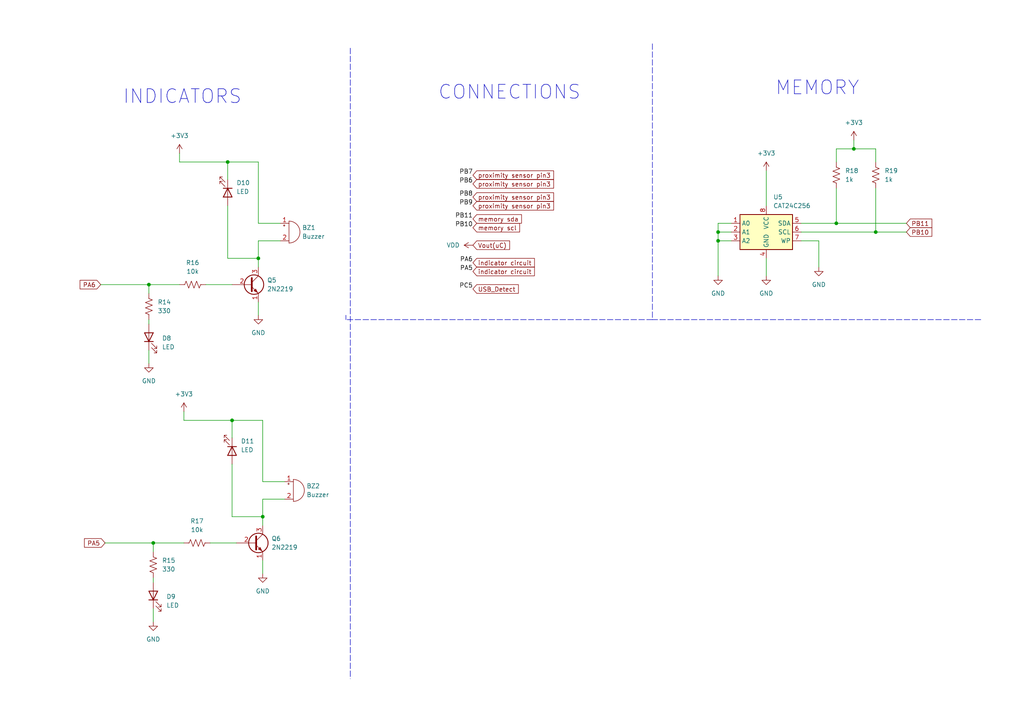
<source format=kicad_sch>
(kicad_sch (version 20211123) (generator eeschema)

  (uuid 0910cb2b-5973-4d8a-ae14-7a1f346a65e3)

  (paper "A4")

  (title_block
    (title "Microcontoller interfacing")
    (date "2022-03-12")
    (rev "v0.1")
    (comment 3 "University of Cape Town")
    (comment 4 "Author: Lisakhanya Miyana")
  )

  (lib_symbols
    (symbol "Device:Buzzer" (pin_names (offset 0.0254) hide) (in_bom yes) (on_board yes)
      (property "Reference" "BZ" (id 0) (at 3.81 1.27 0)
        (effects (font (size 1.27 1.27)) (justify left))
      )
      (property "Value" "Buzzer" (id 1) (at 3.81 -1.27 0)
        (effects (font (size 1.27 1.27)) (justify left))
      )
      (property "Footprint" "" (id 2) (at -0.635 2.54 90)
        (effects (font (size 1.27 1.27)) hide)
      )
      (property "Datasheet" "~" (id 3) (at -0.635 2.54 90)
        (effects (font (size 1.27 1.27)) hide)
      )
      (property "ki_keywords" "quartz resonator ceramic" (id 4) (at 0 0 0)
        (effects (font (size 1.27 1.27)) hide)
      )
      (property "ki_description" "Buzzer, polarized" (id 5) (at 0 0 0)
        (effects (font (size 1.27 1.27)) hide)
      )
      (property "ki_fp_filters" "*Buzzer*" (id 6) (at 0 0 0)
        (effects (font (size 1.27 1.27)) hide)
      )
      (symbol "Buzzer_0_1"
        (arc (start 0 -3.175) (mid 3.175 0) (end 0 3.175)
          (stroke (width 0) (type default) (color 0 0 0 0))
          (fill (type none))
        )
        (polyline
          (pts
            (xy -1.651 1.905)
            (xy -1.143 1.905)
          )
          (stroke (width 0) (type default) (color 0 0 0 0))
          (fill (type none))
        )
        (polyline
          (pts
            (xy -1.397 2.159)
            (xy -1.397 1.651)
          )
          (stroke (width 0) (type default) (color 0 0 0 0))
          (fill (type none))
        )
        (polyline
          (pts
            (xy 0 3.175)
            (xy 0 -3.175)
          )
          (stroke (width 0) (type default) (color 0 0 0 0))
          (fill (type none))
        )
      )
      (symbol "Buzzer_1_1"
        (pin passive line (at -2.54 2.54 0) (length 2.54)
          (name "-" (effects (font (size 1.27 1.27))))
          (number "1" (effects (font (size 1.27 1.27))))
        )
        (pin passive line (at -2.54 -2.54 0) (length 2.54)
          (name "+" (effects (font (size 1.27 1.27))))
          (number "2" (effects (font (size 1.27 1.27))))
        )
      )
    )
    (symbol "Device:LED" (pin_numbers hide) (pin_names (offset 1.016) hide) (in_bom yes) (on_board yes)
      (property "Reference" "D" (id 0) (at 0 2.54 0)
        (effects (font (size 1.27 1.27)))
      )
      (property "Value" "LED" (id 1) (at 0 -2.54 0)
        (effects (font (size 1.27 1.27)))
      )
      (property "Footprint" "" (id 2) (at 0 0 0)
        (effects (font (size 1.27 1.27)) hide)
      )
      (property "Datasheet" "~" (id 3) (at 0 0 0)
        (effects (font (size 1.27 1.27)) hide)
      )
      (property "ki_keywords" "LED diode" (id 4) (at 0 0 0)
        (effects (font (size 1.27 1.27)) hide)
      )
      (property "ki_description" "Light emitting diode" (id 5) (at 0 0 0)
        (effects (font (size 1.27 1.27)) hide)
      )
      (property "ki_fp_filters" "LED* LED_SMD:* LED_THT:*" (id 6) (at 0 0 0)
        (effects (font (size 1.27 1.27)) hide)
      )
      (symbol "LED_0_1"
        (polyline
          (pts
            (xy -1.27 -1.27)
            (xy -1.27 1.27)
          )
          (stroke (width 0.254) (type default) (color 0 0 0 0))
          (fill (type none))
        )
        (polyline
          (pts
            (xy -1.27 0)
            (xy 1.27 0)
          )
          (stroke (width 0) (type default) (color 0 0 0 0))
          (fill (type none))
        )
        (polyline
          (pts
            (xy 1.27 -1.27)
            (xy 1.27 1.27)
            (xy -1.27 0)
            (xy 1.27 -1.27)
          )
          (stroke (width 0.254) (type default) (color 0 0 0 0))
          (fill (type none))
        )
        (polyline
          (pts
            (xy -3.048 -0.762)
            (xy -4.572 -2.286)
            (xy -3.81 -2.286)
            (xy -4.572 -2.286)
            (xy -4.572 -1.524)
          )
          (stroke (width 0) (type default) (color 0 0 0 0))
          (fill (type none))
        )
        (polyline
          (pts
            (xy -1.778 -0.762)
            (xy -3.302 -2.286)
            (xy -2.54 -2.286)
            (xy -3.302 -2.286)
            (xy -3.302 -1.524)
          )
          (stroke (width 0) (type default) (color 0 0 0 0))
          (fill (type none))
        )
      )
      (symbol "LED_1_1"
        (pin passive line (at -3.81 0 0) (length 2.54)
          (name "K" (effects (font (size 1.27 1.27))))
          (number "1" (effects (font (size 1.27 1.27))))
        )
        (pin passive line (at 3.81 0 180) (length 2.54)
          (name "A" (effects (font (size 1.27 1.27))))
          (number "2" (effects (font (size 1.27 1.27))))
        )
      )
    )
    (symbol "Device:R_US" (pin_numbers hide) (pin_names (offset 0)) (in_bom yes) (on_board yes)
      (property "Reference" "R" (id 0) (at 2.54 0 90)
        (effects (font (size 1.27 1.27)))
      )
      (property "Value" "R_US" (id 1) (at -2.54 0 90)
        (effects (font (size 1.27 1.27)))
      )
      (property "Footprint" "" (id 2) (at 1.016 -0.254 90)
        (effects (font (size 1.27 1.27)) hide)
      )
      (property "Datasheet" "~" (id 3) (at 0 0 0)
        (effects (font (size 1.27 1.27)) hide)
      )
      (property "ki_keywords" "R res resistor" (id 4) (at 0 0 0)
        (effects (font (size 1.27 1.27)) hide)
      )
      (property "ki_description" "Resistor, US symbol" (id 5) (at 0 0 0)
        (effects (font (size 1.27 1.27)) hide)
      )
      (property "ki_fp_filters" "R_*" (id 6) (at 0 0 0)
        (effects (font (size 1.27 1.27)) hide)
      )
      (symbol "R_US_0_1"
        (polyline
          (pts
            (xy 0 -2.286)
            (xy 0 -2.54)
          )
          (stroke (width 0) (type default) (color 0 0 0 0))
          (fill (type none))
        )
        (polyline
          (pts
            (xy 0 2.286)
            (xy 0 2.54)
          )
          (stroke (width 0) (type default) (color 0 0 0 0))
          (fill (type none))
        )
        (polyline
          (pts
            (xy 0 -0.762)
            (xy 1.016 -1.143)
            (xy 0 -1.524)
            (xy -1.016 -1.905)
            (xy 0 -2.286)
          )
          (stroke (width 0) (type default) (color 0 0 0 0))
          (fill (type none))
        )
        (polyline
          (pts
            (xy 0 0.762)
            (xy 1.016 0.381)
            (xy 0 0)
            (xy -1.016 -0.381)
            (xy 0 -0.762)
          )
          (stroke (width 0) (type default) (color 0 0 0 0))
          (fill (type none))
        )
        (polyline
          (pts
            (xy 0 2.286)
            (xy 1.016 1.905)
            (xy 0 1.524)
            (xy -1.016 1.143)
            (xy 0 0.762)
          )
          (stroke (width 0) (type default) (color 0 0 0 0))
          (fill (type none))
        )
      )
      (symbol "R_US_1_1"
        (pin passive line (at 0 3.81 270) (length 1.27)
          (name "~" (effects (font (size 1.27 1.27))))
          (number "1" (effects (font (size 1.27 1.27))))
        )
        (pin passive line (at 0 -3.81 90) (length 1.27)
          (name "~" (effects (font (size 1.27 1.27))))
          (number "2" (effects (font (size 1.27 1.27))))
        )
      )
    )
    (symbol "Memory_EEPROM:CAT24C256" (in_bom yes) (on_board yes)
      (property "Reference" "U" (id 0) (at -6.35 6.35 0)
        (effects (font (size 1.27 1.27)))
      )
      (property "Value" "CAT24C256" (id 1) (at 1.27 6.35 0)
        (effects (font (size 1.27 1.27)) (justify left))
      )
      (property "Footprint" "" (id 2) (at 0 0 0)
        (effects (font (size 1.27 1.27)) hide)
      )
      (property "Datasheet" "https://www.onsemi.cn/PowerSolutions/document/CAT24C256-D.PDF" (id 3) (at 0 0 0)
        (effects (font (size 1.27 1.27)) hide)
      )
      (property "ki_keywords" "I2C EEPROM Serial 256kb" (id 4) (at 0 0 0)
        (effects (font (size 1.27 1.27)) hide)
      )
      (property "ki_description" "256 kb CMOS Serial EEPROM, DIP-8/SOIC-8/TSSOP-8/DFN-8" (id 5) (at 0 0 0)
        (effects (font (size 1.27 1.27)) hide)
      )
      (property "ki_fp_filters" "DIP*W7.62mm* SOIC*3.9x4.9mm* TSSOP*4.4x3mm*P0.65mm* DFN*3x2mm*P0.5mm*" (id 6) (at 0 0 0)
        (effects (font (size 1.27 1.27)) hide)
      )
      (symbol "CAT24C256_1_1"
        (rectangle (start -7.62 5.08) (end 7.62 -5.08)
          (stroke (width 0.254) (type default) (color 0 0 0 0))
          (fill (type background))
        )
        (pin input line (at -10.16 2.54 0) (length 2.54)
          (name "A0" (effects (font (size 1.27 1.27))))
          (number "1" (effects (font (size 1.27 1.27))))
        )
        (pin input line (at -10.16 0 0) (length 2.54)
          (name "A1" (effects (font (size 1.27 1.27))))
          (number "2" (effects (font (size 1.27 1.27))))
        )
        (pin input line (at -10.16 -2.54 0) (length 2.54)
          (name "A2" (effects (font (size 1.27 1.27))))
          (number "3" (effects (font (size 1.27 1.27))))
        )
        (pin power_in line (at 0 -7.62 90) (length 2.54)
          (name "GND" (effects (font (size 1.27 1.27))))
          (number "4" (effects (font (size 1.27 1.27))))
        )
        (pin bidirectional line (at 10.16 2.54 180) (length 2.54)
          (name "SDA" (effects (font (size 1.27 1.27))))
          (number "5" (effects (font (size 1.27 1.27))))
        )
        (pin input line (at 10.16 0 180) (length 2.54)
          (name "SCL" (effects (font (size 1.27 1.27))))
          (number "6" (effects (font (size 1.27 1.27))))
        )
        (pin input line (at 10.16 -2.54 180) (length 2.54)
          (name "WP" (effects (font (size 1.27 1.27))))
          (number "7" (effects (font (size 1.27 1.27))))
        )
        (pin power_in line (at 0 7.62 270) (length 2.54)
          (name "VCC" (effects (font (size 1.27 1.27))))
          (number "8" (effects (font (size 1.27 1.27))))
        )
      )
    )
    (symbol "Transistor_BJT:2N2219" (pin_names (offset 0) hide) (in_bom yes) (on_board yes)
      (property "Reference" "Q" (id 0) (at 5.08 1.905 0)
        (effects (font (size 1.27 1.27)) (justify left))
      )
      (property "Value" "2N2219" (id 1) (at 5.08 0 0)
        (effects (font (size 1.27 1.27)) (justify left))
      )
      (property "Footprint" "Package_TO_SOT_THT:TO-39-3" (id 2) (at 5.08 -1.905 0)
        (effects (font (size 1.27 1.27) italic) (justify left) hide)
      )
      (property "Datasheet" "http://www.onsemi.com/pub_link/Collateral/2N2219-D.PDF" (id 3) (at 0 0 0)
        (effects (font (size 1.27 1.27)) (justify left) hide)
      )
      (property "ki_keywords" "NPN Transistor" (id 4) (at 0 0 0)
        (effects (font (size 1.27 1.27)) hide)
      )
      (property "ki_description" "800mA Ic, 50V Vce, NPN Transistor, TO-39" (id 5) (at 0 0 0)
        (effects (font (size 1.27 1.27)) hide)
      )
      (property "ki_fp_filters" "TO?39*" (id 6) (at 0 0 0)
        (effects (font (size 1.27 1.27)) hide)
      )
      (symbol "2N2219_0_1"
        (polyline
          (pts
            (xy 0.635 0.635)
            (xy 2.54 2.54)
          )
          (stroke (width 0) (type default) (color 0 0 0 0))
          (fill (type none))
        )
        (polyline
          (pts
            (xy 0.635 -0.635)
            (xy 2.54 -2.54)
            (xy 2.54 -2.54)
          )
          (stroke (width 0) (type default) (color 0 0 0 0))
          (fill (type none))
        )
        (polyline
          (pts
            (xy 0.635 1.905)
            (xy 0.635 -1.905)
            (xy 0.635 -1.905)
          )
          (stroke (width 0.508) (type default) (color 0 0 0 0))
          (fill (type none))
        )
        (polyline
          (pts
            (xy 1.27 -1.778)
            (xy 1.778 -1.27)
            (xy 2.286 -2.286)
            (xy 1.27 -1.778)
            (xy 1.27 -1.778)
          )
          (stroke (width 0) (type default) (color 0 0 0 0))
          (fill (type outline))
        )
        (circle (center 1.27 0) (radius 2.8194)
          (stroke (width 0.254) (type default) (color 0 0 0 0))
          (fill (type none))
        )
      )
      (symbol "2N2219_1_1"
        (pin passive line (at 2.54 -5.08 90) (length 2.54)
          (name "E" (effects (font (size 1.27 1.27))))
          (number "1" (effects (font (size 1.27 1.27))))
        )
        (pin passive line (at -5.08 0 0) (length 5.715)
          (name "B" (effects (font (size 1.27 1.27))))
          (number "2" (effects (font (size 1.27 1.27))))
        )
        (pin passive line (at 2.54 5.08 270) (length 2.54)
          (name "C" (effects (font (size 1.27 1.27))))
          (number "3" (effects (font (size 1.27 1.27))))
        )
      )
    )
    (symbol "power:+3.3V" (power) (pin_names (offset 0)) (in_bom yes) (on_board yes)
      (property "Reference" "#PWR" (id 0) (at 0 -3.81 0)
        (effects (font (size 1.27 1.27)) hide)
      )
      (property "Value" "+3.3V" (id 1) (at 0 3.556 0)
        (effects (font (size 1.27 1.27)))
      )
      (property "Footprint" "" (id 2) (at 0 0 0)
        (effects (font (size 1.27 1.27)) hide)
      )
      (property "Datasheet" "" (id 3) (at 0 0 0)
        (effects (font (size 1.27 1.27)) hide)
      )
      (property "ki_keywords" "power-flag" (id 4) (at 0 0 0)
        (effects (font (size 1.27 1.27)) hide)
      )
      (property "ki_description" "Power symbol creates a global label with name \"+3.3V\"" (id 5) (at 0 0 0)
        (effects (font (size 1.27 1.27)) hide)
      )
      (symbol "+3.3V_0_1"
        (polyline
          (pts
            (xy -0.762 1.27)
            (xy 0 2.54)
          )
          (stroke (width 0) (type default) (color 0 0 0 0))
          (fill (type none))
        )
        (polyline
          (pts
            (xy 0 0)
            (xy 0 2.54)
          )
          (stroke (width 0) (type default) (color 0 0 0 0))
          (fill (type none))
        )
        (polyline
          (pts
            (xy 0 2.54)
            (xy 0.762 1.27)
          )
          (stroke (width 0) (type default) (color 0 0 0 0))
          (fill (type none))
        )
      )
      (symbol "+3.3V_1_1"
        (pin power_in line (at 0 0 90) (length 0) hide
          (name "+3V3" (effects (font (size 1.27 1.27))))
          (number "1" (effects (font (size 1.27 1.27))))
        )
      )
    )
    (symbol "power:GND" (power) (pin_names (offset 0)) (in_bom yes) (on_board yes)
      (property "Reference" "#PWR" (id 0) (at 0 -6.35 0)
        (effects (font (size 1.27 1.27)) hide)
      )
      (property "Value" "GND" (id 1) (at 0 -3.81 0)
        (effects (font (size 1.27 1.27)))
      )
      (property "Footprint" "" (id 2) (at 0 0 0)
        (effects (font (size 1.27 1.27)) hide)
      )
      (property "Datasheet" "" (id 3) (at 0 0 0)
        (effects (font (size 1.27 1.27)) hide)
      )
      (property "ki_keywords" "power-flag" (id 4) (at 0 0 0)
        (effects (font (size 1.27 1.27)) hide)
      )
      (property "ki_description" "Power symbol creates a global label with name \"GND\" , ground" (id 5) (at 0 0 0)
        (effects (font (size 1.27 1.27)) hide)
      )
      (symbol "GND_0_1"
        (polyline
          (pts
            (xy 0 0)
            (xy 0 -1.27)
            (xy 1.27 -1.27)
            (xy 0 -2.54)
            (xy -1.27 -1.27)
            (xy 0 -1.27)
          )
          (stroke (width 0) (type default) (color 0 0 0 0))
          (fill (type none))
        )
      )
      (symbol "GND_1_1"
        (pin power_in line (at 0 0 270) (length 0) hide
          (name "GND" (effects (font (size 1.27 1.27))))
          (number "1" (effects (font (size 1.27 1.27))))
        )
      )
    )
    (symbol "power:VDD" (power) (pin_names (offset 0)) (in_bom yes) (on_board yes)
      (property "Reference" "#PWR" (id 0) (at 0 -3.81 0)
        (effects (font (size 1.27 1.27)) hide)
      )
      (property "Value" "VDD" (id 1) (at 0 3.81 0)
        (effects (font (size 1.27 1.27)))
      )
      (property "Footprint" "" (id 2) (at 0 0 0)
        (effects (font (size 1.27 1.27)) hide)
      )
      (property "Datasheet" "" (id 3) (at 0 0 0)
        (effects (font (size 1.27 1.27)) hide)
      )
      (property "ki_keywords" "power-flag" (id 4) (at 0 0 0)
        (effects (font (size 1.27 1.27)) hide)
      )
      (property "ki_description" "Power symbol creates a global label with name \"VDD\"" (id 5) (at 0 0 0)
        (effects (font (size 1.27 1.27)) hide)
      )
      (symbol "VDD_0_1"
        (polyline
          (pts
            (xy -0.762 1.27)
            (xy 0 2.54)
          )
          (stroke (width 0) (type default) (color 0 0 0 0))
          (fill (type none))
        )
        (polyline
          (pts
            (xy 0 0)
            (xy 0 2.54)
          )
          (stroke (width 0) (type default) (color 0 0 0 0))
          (fill (type none))
        )
        (polyline
          (pts
            (xy 0 2.54)
            (xy 0.762 1.27)
          )
          (stroke (width 0) (type default) (color 0 0 0 0))
          (fill (type none))
        )
      )
      (symbol "VDD_1_1"
        (pin power_in line (at 0 0 90) (length 0) hide
          (name "VDD" (effects (font (size 1.27 1.27))))
          (number "1" (effects (font (size 1.27 1.27))))
        )
      )
    )
  )

  (junction (at 67.31 121.92) (diameter 0) (color 0 0 0 0)
    (uuid 042b91e9-2272-471e-ba73-3608423fd858)
  )
  (junction (at 254 67.31) (diameter 0) (color 0 0 0 0)
    (uuid 13e8e380-bb40-46bc-912c-5187318727c6)
  )
  (junction (at 44.45 157.48) (diameter 0) (color 0 0 0 0)
    (uuid 1e03e2da-bb1c-4b34-aeaa-88eb0bd717b0)
  )
  (junction (at 43.18 82.55) (diameter 0) (color 0 0 0 0)
    (uuid 2552f41c-09b7-4d64-996a-920612c00a87)
  )
  (junction (at 74.93 74.93) (diameter 0) (color 0 0 0 0)
    (uuid 414cf7d5-6e72-434b-a754-58df4dd52df8)
  )
  (junction (at 208.28 69.85) (diameter 0) (color 0 0 0 0)
    (uuid 4fc8027e-a22c-45de-9be7-e465c578a66e)
  )
  (junction (at 66.04 46.99) (diameter 0) (color 0 0 0 0)
    (uuid 65743997-fc99-4e33-bdc9-4072f97f5bda)
  )
  (junction (at 76.2 149.86) (diameter 0) (color 0 0 0 0)
    (uuid 7599ee8a-1c21-431a-93b8-27a6b6025e87)
  )
  (junction (at 208.28 67.31) (diameter 0) (color 0 0 0 0)
    (uuid b7d11b47-3707-41f3-a8e3-b1b7072cb0ed)
  )
  (junction (at 242.57 64.77) (diameter 0) (color 0 0 0 0)
    (uuid d48ee283-ea46-44fd-a2af-d72c5ac504c5)
  )
  (junction (at 247.65 43.18) (diameter 0) (color 0 0 0 0)
    (uuid f651eb1d-6032-4461-a4c6-b3851a4abb2c)
  )

  (wire (pts (xy 74.93 46.99) (xy 66.04 46.99))
    (stroke (width 0) (type default) (color 0 0 0 0))
    (uuid 03c81442-c19f-418e-a99c-db7a87ead3cb)
  )
  (wire (pts (xy 208.28 69.85) (xy 208.28 80.01))
    (stroke (width 0) (type default) (color 0 0 0 0))
    (uuid 08b01e58-9aff-4dd3-bbb7-42e6141d3828)
  )
  (wire (pts (xy 208.28 67.31) (xy 212.09 67.31))
    (stroke (width 0) (type default) (color 0 0 0 0))
    (uuid 09d9a1bf-a533-4cc1-ae6d-fac6a332e03c)
  )
  (wire (pts (xy 254 43.18) (xy 247.65 43.18))
    (stroke (width 0) (type default) (color 0 0 0 0))
    (uuid 10f4b14f-a3f2-45ee-990e-884505edc545)
  )
  (wire (pts (xy 44.45 157.48) (xy 44.45 160.02))
    (stroke (width 0) (type default) (color 0 0 0 0))
    (uuid 14823d40-85f8-4e07-a8b8-6173c3375473)
  )
  (wire (pts (xy 242.57 64.77) (xy 262.89 64.77))
    (stroke (width 0) (type default) (color 0 0 0 0))
    (uuid 16cd0113-3668-43f2-99ac-d7a188065ee1)
  )
  (wire (pts (xy 44.45 157.48) (xy 53.34 157.48))
    (stroke (width 0) (type default) (color 0 0 0 0))
    (uuid 17f96014-b936-4786-94ec-98d669c3026a)
  )
  (wire (pts (xy 67.31 121.92) (xy 67.31 127))
    (stroke (width 0) (type default) (color 0 0 0 0))
    (uuid 1a5b351a-6800-489f-9c47-3281fb2e3aa3)
  )
  (wire (pts (xy 208.28 69.85) (xy 212.09 69.85))
    (stroke (width 0) (type default) (color 0 0 0 0))
    (uuid 21d795a5-e19b-49bd-bea5-cb0f9461150a)
  )
  (wire (pts (xy 66.04 46.99) (xy 52.07 46.99))
    (stroke (width 0) (type default) (color 0 0 0 0))
    (uuid 293a5ceb-5b1a-4ac6-9a03-2b6eacc7dd5a)
  )
  (wire (pts (xy 76.2 121.92) (xy 76.2 139.7))
    (stroke (width 0) (type default) (color 0 0 0 0))
    (uuid 2a612087-b8ba-486c-936c-dbab64fbf38f)
  )
  (wire (pts (xy 232.41 64.77) (xy 242.57 64.77))
    (stroke (width 0) (type default) (color 0 0 0 0))
    (uuid 2d2f9f7d-9764-40cf-a453-54a13a06e69d)
  )
  (wire (pts (xy 44.45 176.53) (xy 44.45 180.34))
    (stroke (width 0) (type default) (color 0 0 0 0))
    (uuid 30a006ce-0084-4ca3-9425-cd739ad74121)
  )
  (polyline (pts (xy 189.23 92.71) (xy 100.33 92.71))
    (stroke (width 0) (type default) (color 0 0 0 0))
    (uuid 30bfdc02-f464-4457-b5c2-66e8e688ccd9)
  )

  (wire (pts (xy 82.55 144.78) (xy 76.2 144.78))
    (stroke (width 0) (type default) (color 0 0 0 0))
    (uuid 31eb7e99-4c8f-498f-989c-0c1d0b50ebb9)
  )
  (wire (pts (xy 74.93 74.93) (xy 74.93 77.47))
    (stroke (width 0) (type default) (color 0 0 0 0))
    (uuid 3406e6be-0bd0-463f-a4a2-e65bb01b6e82)
  )
  (wire (pts (xy 81.28 69.85) (xy 74.93 69.85))
    (stroke (width 0) (type default) (color 0 0 0 0))
    (uuid 36e1bfbe-d704-436e-a646-3325683f3b0d)
  )
  (wire (pts (xy 43.18 82.55) (xy 52.07 82.55))
    (stroke (width 0) (type default) (color 0 0 0 0))
    (uuid 38051180-431f-4bbe-8ea3-37870ea69f1e)
  )
  (wire (pts (xy 74.93 69.85) (xy 74.93 74.93))
    (stroke (width 0) (type default) (color 0 0 0 0))
    (uuid 3fb32844-18f4-425a-a9d0-75e1d36cc028)
  )
  (wire (pts (xy 254 46.99) (xy 254 43.18))
    (stroke (width 0) (type default) (color 0 0 0 0))
    (uuid 4b67d223-90b5-4fe0-89a1-84d28e97e760)
  )
  (wire (pts (xy 60.96 157.48) (xy 68.58 157.48))
    (stroke (width 0) (type default) (color 0 0 0 0))
    (uuid 533706fe-192f-42a0-8d1b-54f9ee2013ba)
  )
  (polyline (pts (xy 101.6 13.97) (xy 101.6 196.85))
    (stroke (width 0) (type default) (color 0 0 0 0))
    (uuid 56174b19-6f54-482f-a433-a6c4bcd23bc9)
  )

  (wire (pts (xy 67.31 149.86) (xy 76.2 149.86))
    (stroke (width 0) (type default) (color 0 0 0 0))
    (uuid 5df4e739-e08c-4fe1-8ce4-9fc391c411fe)
  )
  (wire (pts (xy 30.48 157.48) (xy 44.45 157.48))
    (stroke (width 0) (type default) (color 0 0 0 0))
    (uuid 601c8f87-1deb-4082-b6d9-79f84e7610d2)
  )
  (polyline (pts (xy 100.33 92.71) (xy 100.33 91.44))
    (stroke (width 0) (type default) (color 0 0 0 0))
    (uuid 6020a151-4c50-4b5e-8021-8a1182ae4ccf)
  )

  (wire (pts (xy 43.18 82.55) (xy 43.18 85.09))
    (stroke (width 0) (type default) (color 0 0 0 0))
    (uuid 61e9e0b0-400d-4252-8838-4ceaeb2af32d)
  )
  (wire (pts (xy 247.65 40.64) (xy 247.65 43.18))
    (stroke (width 0) (type default) (color 0 0 0 0))
    (uuid 65e683b2-d11d-4980-81da-76596d7c8ab1)
  )
  (wire (pts (xy 74.93 64.77) (xy 81.28 64.77))
    (stroke (width 0) (type default) (color 0 0 0 0))
    (uuid 695b5076-3685-4dfe-9595-7b859d4a3cd7)
  )
  (wire (pts (xy 74.93 87.63) (xy 74.93 91.44))
    (stroke (width 0) (type default) (color 0 0 0 0))
    (uuid 6a68d5a5-a9be-4304-9245-5cc6f5c076f5)
  )
  (wire (pts (xy 222.25 74.93) (xy 222.25 80.01))
    (stroke (width 0) (type default) (color 0 0 0 0))
    (uuid 76eace96-3290-4d62-8b47-6369b3e74fd3)
  )
  (wire (pts (xy 208.28 67.31) (xy 208.28 69.85))
    (stroke (width 0) (type default) (color 0 0 0 0))
    (uuid 7b98ef29-43ae-47e9-9801-dab1ae51395e)
  )
  (wire (pts (xy 43.18 92.71) (xy 43.18 93.98))
    (stroke (width 0) (type default) (color 0 0 0 0))
    (uuid 82037bc0-ca1b-427c-a91b-c1d959a7ead4)
  )
  (wire (pts (xy 254 67.31) (xy 262.89 67.31))
    (stroke (width 0) (type default) (color 0 0 0 0))
    (uuid 8804ac3b-c636-4dd9-97bf-f0c4cc720a24)
  )
  (wire (pts (xy 66.04 59.69) (xy 66.04 74.93))
    (stroke (width 0) (type default) (color 0 0 0 0))
    (uuid 881a6981-da84-4b50-91e0-5b67bd8491ff)
  )
  (wire (pts (xy 242.57 43.18) (xy 247.65 43.18))
    (stroke (width 0) (type default) (color 0 0 0 0))
    (uuid 895bc083-0c84-42ec-a4d8-2083613e69b0)
  )
  (polyline (pts (xy 189.23 12.7) (xy 189.23 92.71))
    (stroke (width 0) (type default) (color 0 0 0 0))
    (uuid 8a977f34-a2fc-4574-8c85-433488616293)
  )

  (wire (pts (xy 232.41 67.31) (xy 254 67.31))
    (stroke (width 0) (type default) (color 0 0 0 0))
    (uuid 8d4b0a4f-7f7c-4f15-a454-4f4644af9ce8)
  )
  (wire (pts (xy 76.2 121.92) (xy 67.31 121.92))
    (stroke (width 0) (type default) (color 0 0 0 0))
    (uuid 9232f38d-5cea-4af6-bb0d-3c24fcf170b5)
  )
  (wire (pts (xy 212.09 64.77) (xy 208.28 64.77))
    (stroke (width 0) (type default) (color 0 0 0 0))
    (uuid 928981d5-a391-4196-8a01-142037e675d6)
  )
  (wire (pts (xy 29.21 82.55) (xy 43.18 82.55))
    (stroke (width 0) (type default) (color 0 0 0 0))
    (uuid 93174279-064f-4941-98e5-10bdcfb6809e)
  )
  (wire (pts (xy 237.49 69.85) (xy 237.49 77.47))
    (stroke (width 0) (type default) (color 0 0 0 0))
    (uuid 95797392-1cee-4e00-b9ab-ec40cf0c7e08)
  )
  (wire (pts (xy 76.2 139.7) (xy 82.55 139.7))
    (stroke (width 0) (type default) (color 0 0 0 0))
    (uuid 98aa5ae6-23b7-4aaa-8792-f3460e2a6d96)
  )
  (wire (pts (xy 232.41 69.85) (xy 237.49 69.85))
    (stroke (width 0) (type default) (color 0 0 0 0))
    (uuid a31240ac-8b65-44dd-ba2a-944d5c41ab25)
  )
  (wire (pts (xy 44.45 167.64) (xy 44.45 168.91))
    (stroke (width 0) (type default) (color 0 0 0 0))
    (uuid a4e3ce3f-9135-45f8-93a9-b7293b714ebf)
  )
  (wire (pts (xy 208.28 64.77) (xy 208.28 67.31))
    (stroke (width 0) (type default) (color 0 0 0 0))
    (uuid b39d02b1-8ccc-4f70-968e-7a2124339750)
  )
  (wire (pts (xy 254 54.61) (xy 254 67.31))
    (stroke (width 0) (type default) (color 0 0 0 0))
    (uuid b524fcce-6249-4832-8c9c-5204020031c6)
  )
  (wire (pts (xy 67.31 121.92) (xy 53.34 121.92))
    (stroke (width 0) (type default) (color 0 0 0 0))
    (uuid bb9fb77e-62fb-44fa-b32d-09244cf6837c)
  )
  (wire (pts (xy 242.57 64.77) (xy 242.57 54.61))
    (stroke (width 0) (type default) (color 0 0 0 0))
    (uuid bd7b1365-cec4-4177-9900-91cae7beac8c)
  )
  (wire (pts (xy 74.93 46.99) (xy 74.93 64.77))
    (stroke (width 0) (type default) (color 0 0 0 0))
    (uuid bff59cf0-9a34-4e75-afb3-4439df6aff85)
  )
  (wire (pts (xy 59.69 82.55) (xy 67.31 82.55))
    (stroke (width 0) (type default) (color 0 0 0 0))
    (uuid c1646c5a-d394-416d-a036-046904fc1a3c)
  )
  (wire (pts (xy 53.34 119.38) (xy 53.34 121.92))
    (stroke (width 0) (type default) (color 0 0 0 0))
    (uuid c837dda2-6fca-4cb0-9a8d-f09c424042fc)
  )
  (wire (pts (xy 66.04 46.99) (xy 66.04 52.07))
    (stroke (width 0) (type default) (color 0 0 0 0))
    (uuid cac90a5b-9517-4bc2-b219-cc01b26bfbf8)
  )
  (wire (pts (xy 242.57 46.99) (xy 242.57 43.18))
    (stroke (width 0) (type default) (color 0 0 0 0))
    (uuid d65c63a0-aec9-40cb-ad54-89174cfd85c2)
  )
  (wire (pts (xy 67.31 134.62) (xy 67.31 149.86))
    (stroke (width 0) (type default) (color 0 0 0 0))
    (uuid dbc5c620-8308-46ee-bafd-cd62a6c3e13f)
  )
  (wire (pts (xy 222.25 49.53) (xy 222.25 59.69))
    (stroke (width 0) (type default) (color 0 0 0 0))
    (uuid dc579a33-235a-407a-9dc8-697676a267b5)
  )
  (wire (pts (xy 76.2 149.86) (xy 76.2 152.4))
    (stroke (width 0) (type default) (color 0 0 0 0))
    (uuid e290f5ac-45bf-49af-b770-6508468bb0e2)
  )
  (wire (pts (xy 66.04 74.93) (xy 74.93 74.93))
    (stroke (width 0) (type default) (color 0 0 0 0))
    (uuid e6c074cb-8a27-4aec-bd56-6edf574e6124)
  )
  (polyline (pts (xy 284.48 92.71) (xy 189.23 92.71))
    (stroke (width 0) (type default) (color 0 0 0 0))
    (uuid ea14c89e-25a3-4658-9935-a985728a754d)
  )

  (wire (pts (xy 76.2 144.78) (xy 76.2 149.86))
    (stroke (width 0) (type default) (color 0 0 0 0))
    (uuid ee3385a4-1512-40b5-a4fd-f520e9f48b2a)
  )
  (wire (pts (xy 76.2 162.56) (xy 76.2 166.37))
    (stroke (width 0) (type default) (color 0 0 0 0))
    (uuid ee38fdf2-35d6-4e03-8eb8-dcfd612376f8)
  )
  (wire (pts (xy 43.18 101.6) (xy 43.18 105.41))
    (stroke (width 0) (type default) (color 0 0 0 0))
    (uuid f2737345-0b9b-4b13-af73-db4120e89a7b)
  )
  (wire (pts (xy 52.07 44.45) (xy 52.07 46.99))
    (stroke (width 0) (type default) (color 0 0 0 0))
    (uuid f37715fc-5f17-4a17-9f24-5066ed6c42ee)
  )

  (text "CONNECTIONS\n" (at 127 29.21 0)
    (effects (font (size 4 4)) (justify left bottom))
    (uuid 4effad4f-7ef1-4031-a8ff-db6914bd0d74)
  )
  (text "MEMORY" (at 224.79 27.94 0)
    (effects (font (size 4 4)) (justify left bottom))
    (uuid 7d66c212-e361-44b8-a074-0ad58d73b3cb)
  )
  (text "INDICATORS\n" (at 35.56 30.48 0)
    (effects (font (size 4 4)) (justify left bottom))
    (uuid fc58d982-f6de-4d6d-9da6-ba06763b06b9)
  )

  (label "PB9" (at 137.16 59.69 180)
    (effects (font (size 1.27 1.27)) (justify right bottom))
    (uuid 006a7795-5b26-4456-9a90-34fa60a93a61)
  )
  (label "PA6" (at 137.16 76.2 180)
    (effects (font (size 1.27 1.27)) (justify right bottom))
    (uuid 2580674e-ace6-440c-8e3a-deba10e4dee0)
  )
  (label "PC5" (at 137.16 83.82 180)
    (effects (font (size 1.27 1.27)) (justify right bottom))
    (uuid 265b0d84-fa62-4d9d-9976-e6a7121c5d74)
  )
  (label "PB10" (at 137.16 66.04 180)
    (effects (font (size 1.27 1.27)) (justify right bottom))
    (uuid 3c5dfbe4-b5d1-40e3-a4cb-1121b880172a)
  )
  (label "PB6" (at 137.16 53.34 180)
    (effects (font (size 1.27 1.27)) (justify right bottom))
    (uuid 61f422e4-f066-431d-be2a-9575ba3e165d)
  )
  (label "PB11" (at 137.16 63.5 180)
    (effects (font (size 1.27 1.27)) (justify right bottom))
    (uuid b35bd12f-449e-4bec-81bd-420803e46dd0)
  )
  (label "PB7" (at 137.16 50.8 180)
    (effects (font (size 1.27 1.27)) (justify right bottom))
    (uuid c6b94f95-8e7b-4bd7-9237-c62c44f7b5b0)
  )
  (label "PA5" (at 137.16 78.74 180)
    (effects (font (size 1.27 1.27)) (justify right bottom))
    (uuid d411d3f3-4bcf-4531-abef-07856c507ca1)
  )
  (label "PB8" (at 137.16 57.15 180)
    (effects (font (size 1.27 1.27)) (justify right bottom))
    (uuid dd984dfe-7c9b-4bbe-a9b1-c057412f2fec)
  )

  (global_label "USB_Detect" (shape input) (at 137.16 83.82 0) (fields_autoplaced)
    (effects (font (size 1.27 1.27)) (justify left))
    (uuid 03a4cf61-5085-402c-9f36-345326c6831c)
    (property "Intersheet References" "${INTERSHEET_REFS}" (id 0) (at 150.3379 83.7406 0)
      (effects (font (size 1.27 1.27)) (justify left) hide)
    )
  )
  (global_label "indicator circuit" (shape input) (at 137.16 76.2 0) (fields_autoplaced)
    (effects (font (size 1.27 1.27)) (justify left))
    (uuid 0cc74582-0855-4340-acc2-9d706039eeb8)
    (property "Intersheet References" "${INTERSHEET_REFS}" (id 0) (at 154.9945 76.1206 0)
      (effects (font (size 1.27 1.27)) (justify left) hide)
    )
  )
  (global_label "memory sda" (shape input) (at 137.16 63.5 0) (fields_autoplaced)
    (effects (font (size 1.27 1.27)) (justify left))
    (uuid 25019b4c-b838-4a29-8b2f-c3521bf2ac40)
    (property "Intersheet References" "${INTERSHEET_REFS}" (id 0) (at 151.245 63.4206 0)
      (effects (font (size 1.27 1.27)) (justify left) hide)
    )
  )
  (global_label "proximity sensor pin3" (shape input) (at 137.16 57.15 0) (fields_autoplaced)
    (effects (font (size 1.27 1.27)) (justify left))
    (uuid 2a8b7363-8b80-4495-b890-6d9929456ebb)
    (property "Intersheet References" "${INTERSHEET_REFS}" (id 0) (at 160.5583 57.0706 0)
      (effects (font (size 1.27 1.27)) (justify left) hide)
    )
  )
  (global_label "PA6" (shape input) (at 29.21 82.55 180) (fields_autoplaced)
    (effects (font (size 1.27 1.27)) (justify right))
    (uuid 306aa4b2-33c9-4aff-8f75-de0361fb1bf7)
    (property "Intersheet References" "${INTERSHEET_REFS}" (id 0) (at 23.2288 82.4706 0)
      (effects (font (size 1.27 1.27)) (justify right) hide)
    )
  )
  (global_label "proximity sensor pin3" (shape input) (at 137.16 53.34 0) (fields_autoplaced)
    (effects (font (size 1.27 1.27)) (justify left))
    (uuid 3ddae18d-c3bb-43bd-8157-f901b0827bf8)
    (property "Intersheet References" "${INTERSHEET_REFS}" (id 0) (at 160.5583 53.2606 0)
      (effects (font (size 1.27 1.27)) (justify left) hide)
    )
  )
  (global_label "proximity sensor pin3" (shape input) (at 137.16 59.69 0) (fields_autoplaced)
    (effects (font (size 1.27 1.27)) (justify left))
    (uuid 4e590480-5b92-4933-bb52-762f96b0b05a)
    (property "Intersheet References" "${INTERSHEET_REFS}" (id 0) (at 160.5583 59.6106 0)
      (effects (font (size 1.27 1.27)) (justify left) hide)
    )
  )
  (global_label "indicator circuit" (shape input) (at 137.16 78.74 0) (fields_autoplaced)
    (effects (font (size 1.27 1.27)) (justify left))
    (uuid 8bf2b308-313a-42f2-9520-ac07c75df4c3)
    (property "Intersheet References" "${INTERSHEET_REFS}" (id 0) (at 154.9945 78.6606 0)
      (effects (font (size 1.27 1.27)) (justify left) hide)
    )
  )
  (global_label "memory scl" (shape input) (at 137.16 66.04 0) (fields_autoplaced)
    (effects (font (size 1.27 1.27)) (justify left))
    (uuid 970f7b0a-53c9-49cb-93b3-3ce5a6ad50f9)
    (property "Intersheet References" "${INTERSHEET_REFS}" (id 0) (at 150.7007 65.9606 0)
      (effects (font (size 1.27 1.27)) (justify left) hide)
    )
  )
  (global_label "PB10" (shape input) (at 262.89 67.31 0) (fields_autoplaced)
    (effects (font (size 1.27 1.27)) (justify left))
    (uuid b749814b-9c7a-4b40-94e8-d0d222bbdc6c)
    (property "Intersheet References" "${INTERSHEET_REFS}" (id 0) (at 270.2621 67.2306 0)
      (effects (font (size 1.27 1.27)) (justify left) hide)
    )
  )
  (global_label "proximity sensor pin3" (shape input) (at 137.16 50.8 0) (fields_autoplaced)
    (effects (font (size 1.27 1.27)) (justify left))
    (uuid d3e6baab-e82a-49bd-baf4-79349b6af417)
    (property "Intersheet References" "${INTERSHEET_REFS}" (id 0) (at 160.5583 50.7206 0)
      (effects (font (size 1.27 1.27)) (justify left) hide)
    )
  )
  (global_label "PA5" (shape input) (at 30.48 157.48 180) (fields_autoplaced)
    (effects (font (size 1.27 1.27)) (justify right))
    (uuid dc75de08-2158-4da5-b2de-200729b1b8e9)
    (property "Intersheet References" "${INTERSHEET_REFS}" (id 0) (at 24.4988 157.4006 0)
      (effects (font (size 1.27 1.27)) (justify right) hide)
    )
  )
  (global_label "PB11" (shape input) (at 262.89 64.77 0) (fields_autoplaced)
    (effects (font (size 1.27 1.27)) (justify left))
    (uuid e8b5b88d-0748-41d6-9efc-1a01971ba650)
    (property "Intersheet References" "${INTERSHEET_REFS}" (id 0) (at 270.2621 64.6906 0)
      (effects (font (size 1.27 1.27)) (justify left) hide)
    )
  )
  (global_label "Vout(uC)" (shape input) (at 137.16 71.12 0) (fields_autoplaced)
    (effects (font (size 1.27 1.27)) (justify left))
    (uuid eccbfed2-2734-4b2c-a804-89706842bdf5)
    (property "Intersheet References" "${INTERSHEET_REFS}" (id 0) (at 147.7979 71.0406 0)
      (effects (font (size 1.27 1.27)) (justify left) hide)
    )
  )

  (symbol (lib_id "power:GND") (at 44.45 180.34 0) (unit 1)
    (in_bom yes) (on_board yes) (fields_autoplaced)
    (uuid 0d82c667-6f62-4e3c-9142-ede2fa350aeb)
    (property "Reference" "#PWR020" (id 0) (at 44.45 186.69 0)
      (effects (font (size 1.27 1.27)) hide)
    )
    (property "Value" "GND" (id 1) (at 44.45 185.42 0))
    (property "Footprint" "" (id 2) (at 44.45 180.34 0)
      (effects (font (size 1.27 1.27)) hide)
    )
    (property "Datasheet" "" (id 3) (at 44.45 180.34 0)
      (effects (font (size 1.27 1.27)) hide)
    )
    (pin "1" (uuid d00a38bc-23e8-4fbd-b80b-bbfdb4782fff))
  )

  (symbol (lib_id "Transistor_BJT:2N2219") (at 73.66 157.48 0) (unit 1)
    (in_bom yes) (on_board yes) (fields_autoplaced)
    (uuid 12b5af82-94a7-4021-81d2-dfcbe2433af8)
    (property "Reference" "Q6" (id 0) (at 78.74 156.2099 0)
      (effects (font (size 1.27 1.27)) (justify left))
    )
    (property "Value" "2N2219" (id 1) (at 78.74 158.7499 0)
      (effects (font (size 1.27 1.27)) (justify left))
    )
    (property "Footprint" "Package_TO_SOT_THT:TO-39-3" (id 2) (at 78.74 159.385 0)
      (effects (font (size 1.27 1.27) italic) (justify left) hide)
    )
    (property "Datasheet" "http://www.onsemi.com/pub_link/Collateral/2N2219-D.PDF" (id 3) (at 73.66 157.48 0)
      (effects (font (size 1.27 1.27)) (justify left) hide)
    )
    (pin "1" (uuid 52cf8f42-6a21-432f-a0cc-ba5fa95e0eff))
    (pin "2" (uuid aab2bf2a-b6ea-4603-a4c9-55707ee4d391))
    (pin "3" (uuid 9efab2bf-01df-49b6-bcab-bef0548a54d0))
  )

  (symbol (lib_id "Device:R_US") (at 57.15 157.48 90) (unit 1)
    (in_bom yes) (on_board yes) (fields_autoplaced)
    (uuid 13061555-8985-4113-81f9-42b9023d097b)
    (property "Reference" "R17" (id 0) (at 57.15 151.13 90))
    (property "Value" "10k" (id 1) (at 57.15 153.67 90))
    (property "Footprint" "" (id 2) (at 57.404 156.464 90)
      (effects (font (size 1.27 1.27)) hide)
    )
    (property "Datasheet" "~" (id 3) (at 57.15 157.48 0)
      (effects (font (size 1.27 1.27)) hide)
    )
    (pin "1" (uuid c28d6ceb-ed42-4b5b-8095-2a52a03c8602))
    (pin "2" (uuid 6db25935-f174-400a-9206-a98abcf213c2))
  )

  (symbol (lib_id "Device:Buzzer") (at 83.82 67.31 0) (unit 1)
    (in_bom yes) (on_board yes) (fields_autoplaced)
    (uuid 194bcd96-263b-4aa9-a1e6-46c319af353b)
    (property "Reference" "BZ1" (id 0) (at 87.63 66.0399 0)
      (effects (font (size 1.27 1.27)) (justify left))
    )
    (property "Value" "Buzzer" (id 1) (at 87.63 68.5799 0)
      (effects (font (size 1.27 1.27)) (justify left))
    )
    (property "Footprint" "" (id 2) (at 83.185 64.77 90)
      (effects (font (size 1.27 1.27)) hide)
    )
    (property "Datasheet" "~" (id 3) (at 83.185 64.77 90)
      (effects (font (size 1.27 1.27)) hide)
    )
    (pin "1" (uuid f46d72ed-2847-4b54-b74b-634bb732bdb0))
    (pin "2" (uuid 8c790751-480a-4c77-b3e3-18ad7c08fd74))
  )

  (symbol (lib_id "Device:R_US") (at 43.18 88.9 180) (unit 1)
    (in_bom yes) (on_board yes) (fields_autoplaced)
    (uuid 1f95d381-dc10-44f9-8397-18271df5243c)
    (property "Reference" "R14" (id 0) (at 45.72 87.6299 0)
      (effects (font (size 1.27 1.27)) (justify right))
    )
    (property "Value" "330" (id 1) (at 45.72 90.1699 0)
      (effects (font (size 1.27 1.27)) (justify right))
    )
    (property "Footprint" "" (id 2) (at 42.164 88.646 90)
      (effects (font (size 1.27 1.27)) hide)
    )
    (property "Datasheet" "~" (id 3) (at 43.18 88.9 0)
      (effects (font (size 1.27 1.27)) hide)
    )
    (pin "1" (uuid 68af48e1-7fe4-41b6-b144-316053c80195))
    (pin "2" (uuid f01c69da-a1a7-4438-81c4-0dd538bdfc09))
  )

  (symbol (lib_id "Device:R_US") (at 55.88 82.55 90) (unit 1)
    (in_bom yes) (on_board yes) (fields_autoplaced)
    (uuid 229745ef-4cdb-453b-93b8-7744fb2023a0)
    (property "Reference" "R16" (id 0) (at 55.88 76.2 90))
    (property "Value" "10k" (id 1) (at 55.88 78.74 90))
    (property "Footprint" "" (id 2) (at 56.134 81.534 90)
      (effects (font (size 1.27 1.27)) hide)
    )
    (property "Datasheet" "~" (id 3) (at 55.88 82.55 0)
      (effects (font (size 1.27 1.27)) hide)
    )
    (pin "1" (uuid c19d2570-a6b3-4971-ba7d-04dd86ef57be))
    (pin "2" (uuid e03f23a6-3b0f-408d-8578-54b06bdd9361))
  )

  (symbol (lib_id "power:+3.3V") (at 52.07 44.45 0) (unit 1)
    (in_bom yes) (on_board yes) (fields_autoplaced)
    (uuid 2853dbcc-4e58-4f6c-8a4e-d8ab4f6d563e)
    (property "Reference" "#PWR021" (id 0) (at 52.07 48.26 0)
      (effects (font (size 1.27 1.27)) hide)
    )
    (property "Value" "+3.3V" (id 1) (at 52.07 39.37 0))
    (property "Footprint" "" (id 2) (at 52.07 44.45 0)
      (effects (font (size 1.27 1.27)) hide)
    )
    (property "Datasheet" "" (id 3) (at 52.07 44.45 0)
      (effects (font (size 1.27 1.27)) hide)
    )
    (pin "1" (uuid 8eec21cf-642d-4b01-8c77-39c2ace84a46))
  )

  (symbol (lib_id "power:GND") (at 76.2 166.37 0) (unit 1)
    (in_bom yes) (on_board yes) (fields_autoplaced)
    (uuid 2f0e974d-d007-4afb-82a1-198344ad1d27)
    (property "Reference" "#PWR024" (id 0) (at 76.2 172.72 0)
      (effects (font (size 1.27 1.27)) hide)
    )
    (property "Value" "GND" (id 1) (at 76.2 171.45 0))
    (property "Footprint" "" (id 2) (at 76.2 166.37 0)
      (effects (font (size 1.27 1.27)) hide)
    )
    (property "Datasheet" "" (id 3) (at 76.2 166.37 0)
      (effects (font (size 1.27 1.27)) hide)
    )
    (pin "1" (uuid bd33e791-4fbe-42c4-b7d6-69e7bbb1927a))
  )

  (symbol (lib_id "power:GND") (at 43.18 105.41 0) (unit 1)
    (in_bom yes) (on_board yes) (fields_autoplaced)
    (uuid 3403e6f1-2f3b-476c-ab03-0cae842c871d)
    (property "Reference" "#PWR019" (id 0) (at 43.18 111.76 0)
      (effects (font (size 1.27 1.27)) hide)
    )
    (property "Value" "GND" (id 1) (at 43.18 110.49 0))
    (property "Footprint" "" (id 2) (at 43.18 105.41 0)
      (effects (font (size 1.27 1.27)) hide)
    )
    (property "Datasheet" "" (id 3) (at 43.18 105.41 0)
      (effects (font (size 1.27 1.27)) hide)
    )
    (pin "1" (uuid 2acbb50d-ef25-4a23-b591-91f67d8a288e))
  )

  (symbol (lib_id "power:+3.3V") (at 53.34 119.38 0) (unit 1)
    (in_bom yes) (on_board yes) (fields_autoplaced)
    (uuid 38eedca6-b090-41d8-b6a2-a00aba94f863)
    (property "Reference" "#PWR022" (id 0) (at 53.34 123.19 0)
      (effects (font (size 1.27 1.27)) hide)
    )
    (property "Value" "+3.3V" (id 1) (at 53.34 114.3 0))
    (property "Footprint" "" (id 2) (at 53.34 119.38 0)
      (effects (font (size 1.27 1.27)) hide)
    )
    (property "Datasheet" "" (id 3) (at 53.34 119.38 0)
      (effects (font (size 1.27 1.27)) hide)
    )
    (pin "1" (uuid 53292108-6eea-4fb9-bb6e-a8a8f841a990))
  )

  (symbol (lib_id "Device:LED") (at 43.18 97.79 90) (unit 1)
    (in_bom yes) (on_board yes) (fields_autoplaced)
    (uuid 5d9b0d2b-2688-4c27-8d2a-ff6550fc6437)
    (property "Reference" "D8" (id 0) (at 46.99 98.1074 90)
      (effects (font (size 1.27 1.27)) (justify right))
    )
    (property "Value" "LED" (id 1) (at 46.99 100.6474 90)
      (effects (font (size 1.27 1.27)) (justify right))
    )
    (property "Footprint" "" (id 2) (at 43.18 97.79 0)
      (effects (font (size 1.27 1.27)) hide)
    )
    (property "Datasheet" "~" (id 3) (at 43.18 97.79 0)
      (effects (font (size 1.27 1.27)) hide)
    )
    (pin "1" (uuid ab9b1218-78f8-4723-a628-6456815724e9))
    (pin "2" (uuid 5645cac8-97a2-460a-8496-c57d830af01c))
  )

  (symbol (lib_id "power:+3.3V") (at 247.65 40.64 0) (unit 1)
    (in_bom yes) (on_board yes) (fields_autoplaced)
    (uuid 7411876f-dfb5-438e-a6c1-81c5124fafb1)
    (property "Reference" "#PWR030" (id 0) (at 247.65 44.45 0)
      (effects (font (size 1.27 1.27)) hide)
    )
    (property "Value" "+3.3V" (id 1) (at 247.65 35.56 0))
    (property "Footprint" "" (id 2) (at 247.65 40.64 0)
      (effects (font (size 1.27 1.27)) hide)
    )
    (property "Datasheet" "" (id 3) (at 247.65 40.64 0)
      (effects (font (size 1.27 1.27)) hide)
    )
    (pin "1" (uuid 9b102977-127d-48a2-bdf2-ae0a93c42000))
  )

  (symbol (lib_id "power:VDD") (at 137.16 71.12 90) (unit 1)
    (in_bom yes) (on_board yes) (fields_autoplaced)
    (uuid 7755e4a4-4675-40ae-8b8d-240d485f85ed)
    (property "Reference" "#PWR025" (id 0) (at 140.97 71.12 0)
      (effects (font (size 1.27 1.27)) hide)
    )
    (property "Value" "VDD" (id 1) (at 133.35 71.1199 90)
      (effects (font (size 1.27 1.27)) (justify left))
    )
    (property "Footprint" "" (id 2) (at 137.16 71.12 0)
      (effects (font (size 1.27 1.27)) hide)
    )
    (property "Datasheet" "" (id 3) (at 137.16 71.12 0)
      (effects (font (size 1.27 1.27)) hide)
    )
    (pin "1" (uuid 8fbfbe69-292d-4eab-8d69-89650b1421fb))
  )

  (symbol (lib_id "Device:LED") (at 67.31 130.81 270) (unit 1)
    (in_bom yes) (on_board yes) (fields_autoplaced)
    (uuid 9b5f8ef7-fe95-4d33-810b-3aff18561610)
    (property "Reference" "D11" (id 0) (at 69.85 127.9524 90)
      (effects (font (size 1.27 1.27)) (justify left))
    )
    (property "Value" "LED" (id 1) (at 69.85 130.4924 90)
      (effects (font (size 1.27 1.27)) (justify left))
    )
    (property "Footprint" "" (id 2) (at 67.31 130.81 0)
      (effects (font (size 1.27 1.27)) hide)
    )
    (property "Datasheet" "~" (id 3) (at 67.31 130.81 0)
      (effects (font (size 1.27 1.27)) hide)
    )
    (pin "1" (uuid 7455d3f2-8696-443d-b54f-c6275ed4119d))
    (pin "2" (uuid aaf40b86-4d2b-4e75-9dca-541046b0ae21))
  )

  (symbol (lib_id "power:GND") (at 222.25 80.01 0) (unit 1)
    (in_bom yes) (on_board yes) (fields_autoplaced)
    (uuid 9b8d8aa1-3798-4e54-96ba-9ea8221e2335)
    (property "Reference" "#PWR028" (id 0) (at 222.25 86.36 0)
      (effects (font (size 1.27 1.27)) hide)
    )
    (property "Value" "GND" (id 1) (at 222.25 85.09 0))
    (property "Footprint" "" (id 2) (at 222.25 80.01 0)
      (effects (font (size 1.27 1.27)) hide)
    )
    (property "Datasheet" "" (id 3) (at 222.25 80.01 0)
      (effects (font (size 1.27 1.27)) hide)
    )
    (pin "1" (uuid ff4f9f8a-36cd-487d-8010-ad0530fa349b))
  )

  (symbol (lib_id "Memory_EEPROM:CAT24C256") (at 222.25 67.31 0) (unit 1)
    (in_bom yes) (on_board yes) (fields_autoplaced)
    (uuid 9f6748e8-8f0d-48e2-827e-24181f021855)
    (property "Reference" "U5" (id 0) (at 224.2694 57.15 0)
      (effects (font (size 1.27 1.27)) (justify left))
    )
    (property "Value" "CAT24C256" (id 1) (at 224.2694 59.69 0)
      (effects (font (size 1.27 1.27)) (justify left))
    )
    (property "Footprint" "" (id 2) (at 222.25 67.31 0)
      (effects (font (size 1.27 1.27)) hide)
    )
    (property "Datasheet" "https://www.onsemi.cn/PowerSolutions/document/CAT24C256-D.PDF" (id 3) (at 222.25 67.31 0)
      (effects (font (size 1.27 1.27)) hide)
    )
    (pin "1" (uuid 4a9da171-847e-4bc4-93f9-edfe5c4b8354))
    (pin "2" (uuid 4925c46f-467c-40b3-95db-ef4df267cd8b))
    (pin "3" (uuid 294d1b3f-d421-48e2-92a4-f8f5eef13748))
    (pin "4" (uuid e5b90e39-3962-49db-a2a4-466531862883))
    (pin "5" (uuid f5707a39-7e4e-416d-b856-204502394794))
    (pin "6" (uuid 01fb1e6b-cb11-499c-98a0-6bff6dff5959))
    (pin "7" (uuid cf4939e9-8ae0-4af4-8ec6-e88cfbcbfe6e))
    (pin "8" (uuid d976a998-0355-4b51-98dc-421418498533))
  )

  (symbol (lib_id "Transistor_BJT:2N2219") (at 72.39 82.55 0) (unit 1)
    (in_bom yes) (on_board yes) (fields_autoplaced)
    (uuid 9fe08dcc-65c5-4814-b272-ae94a09cb9e4)
    (property "Reference" "Q5" (id 0) (at 77.47 81.2799 0)
      (effects (font (size 1.27 1.27)) (justify left))
    )
    (property "Value" "2N2219" (id 1) (at 77.47 83.8199 0)
      (effects (font (size 1.27 1.27)) (justify left))
    )
    (property "Footprint" "Package_TO_SOT_THT:TO-39-3" (id 2) (at 77.47 84.455 0)
      (effects (font (size 1.27 1.27) italic) (justify left) hide)
    )
    (property "Datasheet" "http://www.onsemi.com/pub_link/Collateral/2N2219-D.PDF" (id 3) (at 72.39 82.55 0)
      (effects (font (size 1.27 1.27)) (justify left) hide)
    )
    (pin "1" (uuid 5de84a29-c501-4e7a-bc74-0424a8eb42f6))
    (pin "2" (uuid 13fcaa91-3ef4-4c5d-b301-4ba11d6809e9))
    (pin "3" (uuid 2fd61aeb-5718-40e2-bba3-418b68767592))
  )

  (symbol (lib_id "Device:LED") (at 66.04 55.88 270) (unit 1)
    (in_bom yes) (on_board yes) (fields_autoplaced)
    (uuid be3c6b81-2cc5-4ab2-8b4d-9d413dda554e)
    (property "Reference" "D10" (id 0) (at 68.58 53.0224 90)
      (effects (font (size 1.27 1.27)) (justify left))
    )
    (property "Value" "LED" (id 1) (at 68.58 55.5624 90)
      (effects (font (size 1.27 1.27)) (justify left))
    )
    (property "Footprint" "" (id 2) (at 66.04 55.88 0)
      (effects (font (size 1.27 1.27)) hide)
    )
    (property "Datasheet" "~" (id 3) (at 66.04 55.88 0)
      (effects (font (size 1.27 1.27)) hide)
    )
    (pin "1" (uuid 778a286a-2744-46d1-bac1-cd9b0dd64754))
    (pin "2" (uuid 590b1be0-79b4-43cd-abdd-b905d25f4627))
  )

  (symbol (lib_id "Device:R_US") (at 242.57 50.8 180) (unit 1)
    (in_bom yes) (on_board yes) (fields_autoplaced)
    (uuid bee5c5bf-c27a-44af-96ec-441e050091a2)
    (property "Reference" "R18" (id 0) (at 245.11 49.5299 0)
      (effects (font (size 1.27 1.27)) (justify right))
    )
    (property "Value" "1k" (id 1) (at 245.11 52.0699 0)
      (effects (font (size 1.27 1.27)) (justify right))
    )
    (property "Footprint" "" (id 2) (at 241.554 50.546 90)
      (effects (font (size 1.27 1.27)) hide)
    )
    (property "Datasheet" "~" (id 3) (at 242.57 50.8 0)
      (effects (font (size 1.27 1.27)) hide)
    )
    (pin "1" (uuid 2f1489e1-5057-4dbd-be34-ff4a268fe63f))
    (pin "2" (uuid e0e0ffaf-138e-497d-96d4-f8bc23379e6f))
  )

  (symbol (lib_id "Device:Buzzer") (at 85.09 142.24 0) (unit 1)
    (in_bom yes) (on_board yes) (fields_autoplaced)
    (uuid d0222c72-1f5a-471c-8732-a0684fc2a7a3)
    (property "Reference" "BZ2" (id 0) (at 88.9 140.9699 0)
      (effects (font (size 1.27 1.27)) (justify left))
    )
    (property "Value" "Buzzer" (id 1) (at 88.9 143.5099 0)
      (effects (font (size 1.27 1.27)) (justify left))
    )
    (property "Footprint" "" (id 2) (at 84.455 139.7 90)
      (effects (font (size 1.27 1.27)) hide)
    )
    (property "Datasheet" "~" (id 3) (at 84.455 139.7 90)
      (effects (font (size 1.27 1.27)) hide)
    )
    (pin "1" (uuid 206b07a3-9cfc-4a55-a8ef-86597cdbd301))
    (pin "2" (uuid 82ab2d36-79ee-424a-8d74-946db09d0582))
  )

  (symbol (lib_id "power:GND") (at 208.28 80.01 0) (unit 1)
    (in_bom yes) (on_board yes) (fields_autoplaced)
    (uuid d0740e78-4ebe-4390-a838-051665937c06)
    (property "Reference" "#PWR026" (id 0) (at 208.28 86.36 0)
      (effects (font (size 1.27 1.27)) hide)
    )
    (property "Value" "GND" (id 1) (at 208.28 85.09 0))
    (property "Footprint" "" (id 2) (at 208.28 80.01 0)
      (effects (font (size 1.27 1.27)) hide)
    )
    (property "Datasheet" "" (id 3) (at 208.28 80.01 0)
      (effects (font (size 1.27 1.27)) hide)
    )
    (pin "1" (uuid 75a315fe-09bd-43ba-a192-fce831127075))
  )

  (symbol (lib_id "power:GND") (at 237.49 77.47 0) (unit 1)
    (in_bom yes) (on_board yes) (fields_autoplaced)
    (uuid d0a42780-1633-4a61-a9a7-634115c74817)
    (property "Reference" "#PWR029" (id 0) (at 237.49 83.82 0)
      (effects (font (size 1.27 1.27)) hide)
    )
    (property "Value" "GND" (id 1) (at 237.49 82.55 0))
    (property "Footprint" "" (id 2) (at 237.49 77.47 0)
      (effects (font (size 1.27 1.27)) hide)
    )
    (property "Datasheet" "" (id 3) (at 237.49 77.47 0)
      (effects (font (size 1.27 1.27)) hide)
    )
    (pin "1" (uuid c87d41e7-b927-4152-a0c7-4a02a598c4ea))
  )

  (symbol (lib_id "Device:R_US") (at 254 50.8 180) (unit 1)
    (in_bom yes) (on_board yes) (fields_autoplaced)
    (uuid e14921a2-b8fe-413b-a877-2acc9177cc53)
    (property "Reference" "R19" (id 0) (at 256.54 49.5299 0)
      (effects (font (size 1.27 1.27)) (justify right))
    )
    (property "Value" "1k" (id 1) (at 256.54 52.0699 0)
      (effects (font (size 1.27 1.27)) (justify right))
    )
    (property "Footprint" "" (id 2) (at 252.984 50.546 90)
      (effects (font (size 1.27 1.27)) hide)
    )
    (property "Datasheet" "~" (id 3) (at 254 50.8 0)
      (effects (font (size 1.27 1.27)) hide)
    )
    (pin "1" (uuid 5ac988bf-7426-4f94-bc1d-c2086d3b7b97))
    (pin "2" (uuid 35e5b680-2b79-441e-829b-39607386ce10))
  )

  (symbol (lib_id "power:GND") (at 74.93 91.44 0) (unit 1)
    (in_bom yes) (on_board yes) (fields_autoplaced)
    (uuid ec73d55b-bb1b-4df3-bdb7-93e845fe915d)
    (property "Reference" "#PWR023" (id 0) (at 74.93 97.79 0)
      (effects (font (size 1.27 1.27)) hide)
    )
    (property "Value" "GND" (id 1) (at 74.93 96.52 0))
    (property "Footprint" "" (id 2) (at 74.93 91.44 0)
      (effects (font (size 1.27 1.27)) hide)
    )
    (property "Datasheet" "" (id 3) (at 74.93 91.44 0)
      (effects (font (size 1.27 1.27)) hide)
    )
    (pin "1" (uuid cf5f8f18-b630-426d-91df-3a88236ab205))
  )

  (symbol (lib_id "Device:LED") (at 44.45 172.72 90) (unit 1)
    (in_bom yes) (on_board yes) (fields_autoplaced)
    (uuid f41e05af-78d1-42b8-be57-91a537995691)
    (property "Reference" "D9" (id 0) (at 48.26 173.0374 90)
      (effects (font (size 1.27 1.27)) (justify right))
    )
    (property "Value" "LED" (id 1) (at 48.26 175.5774 90)
      (effects (font (size 1.27 1.27)) (justify right))
    )
    (property "Footprint" "" (id 2) (at 44.45 172.72 0)
      (effects (font (size 1.27 1.27)) hide)
    )
    (property "Datasheet" "~" (id 3) (at 44.45 172.72 0)
      (effects (font (size 1.27 1.27)) hide)
    )
    (pin "1" (uuid 2672b255-c90e-448e-ab6f-417545d63809))
    (pin "2" (uuid d0193f7f-b9e9-4a0f-aa9f-bac497b18898))
  )

  (symbol (lib_id "Device:R_US") (at 44.45 163.83 180) (unit 1)
    (in_bom yes) (on_board yes) (fields_autoplaced)
    (uuid f66fb11a-606e-4ae5-bc13-6de4d555c807)
    (property "Reference" "R15" (id 0) (at 46.99 162.5599 0)
      (effects (font (size 1.27 1.27)) (justify right))
    )
    (property "Value" "330" (id 1) (at 46.99 165.0999 0)
      (effects (font (size 1.27 1.27)) (justify right))
    )
    (property "Footprint" "" (id 2) (at 43.434 163.576 90)
      (effects (font (size 1.27 1.27)) hide)
    )
    (property "Datasheet" "~" (id 3) (at 44.45 163.83 0)
      (effects (font (size 1.27 1.27)) hide)
    )
    (pin "1" (uuid 2de706ee-245d-48f5-9a64-76e9529c9f36))
    (pin "2" (uuid 62783b58-c379-4504-bf04-6838012f7e58))
  )

  (symbol (lib_id "power:+3.3V") (at 222.25 49.53 0) (unit 1)
    (in_bom yes) (on_board yes) (fields_autoplaced)
    (uuid f6dd86d1-d812-46b6-9d75-34e3413faa14)
    (property "Reference" "#PWR027" (id 0) (at 222.25 53.34 0)
      (effects (font (size 1.27 1.27)) hide)
    )
    (property "Value" "+3.3V" (id 1) (at 222.25 44.45 0))
    (property "Footprint" "" (id 2) (at 222.25 49.53 0)
      (effects (font (size 1.27 1.27)) hide)
    )
    (property "Datasheet" "" (id 3) (at 222.25 49.53 0)
      (effects (font (size 1.27 1.27)) hide)
    )
    (pin "1" (uuid d732741d-2996-487e-975f-def66863d5ff))
  )
)

</source>
